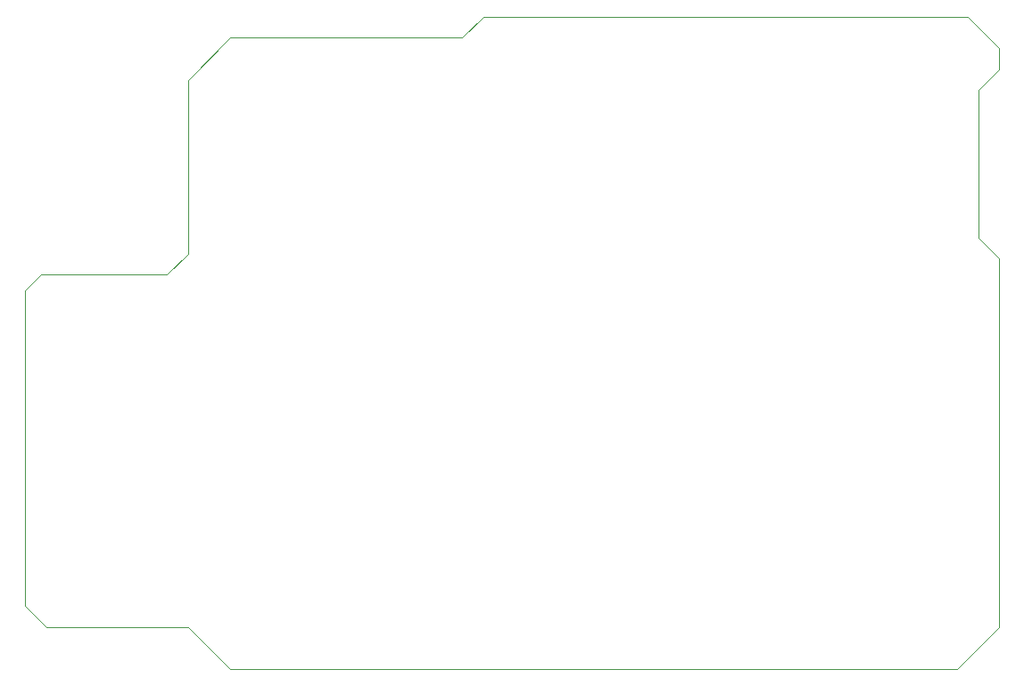
<source format=gm1>
G04 #@! TF.FileFunction,Profile,NP*
%FSLAX46Y46*%
G04 Gerber Fmt 4.6, Leading zero omitted, Abs format (unit mm)*
G04 Created by KiCad (PCBNEW 4.0.7) date Mon Jul  2 20:53:10 2018*
%MOMM*%
%LPD*%
G01*
G04 APERTURE LIST*
%ADD10C,0.100000*%
G04 APERTURE END LIST*
D10*
X193000000Y-40500000D02*
X193000000Y-36000000D01*
X191000000Y-42500000D02*
X193000000Y-40500000D01*
X179000000Y-42500000D02*
X191000000Y-42500000D01*
X177500000Y-44000000D02*
X179000000Y-42500000D01*
X177500000Y-74000000D02*
X177500000Y-44000000D01*
X179500000Y-76000000D02*
X177500000Y-74000000D01*
X193000000Y-76000000D02*
X179500000Y-76000000D01*
X197000000Y-80000000D02*
X266000000Y-80000000D01*
X193000000Y-76000000D02*
X197000000Y-80000000D01*
X193000000Y-24000000D02*
X193000000Y-36000000D01*
X197000000Y-20000000D02*
X193000000Y-24000000D01*
X219000000Y-20000000D02*
X197000000Y-20000000D01*
X221000000Y-18000000D02*
X219000000Y-20000000D01*
X267000000Y-18000000D02*
X221000000Y-18000000D01*
X270000000Y-21000000D02*
X267000000Y-18000000D01*
X270000000Y-23000000D02*
X270000000Y-21000000D01*
X268000000Y-25000000D02*
X270000000Y-23000000D01*
X268000000Y-39000000D02*
X268000000Y-25000000D01*
X270000000Y-41000000D02*
X268000000Y-39000000D01*
X270000000Y-76000000D02*
X270000000Y-41000000D01*
X266000000Y-80000000D02*
X270000000Y-76000000D01*
M02*

</source>
